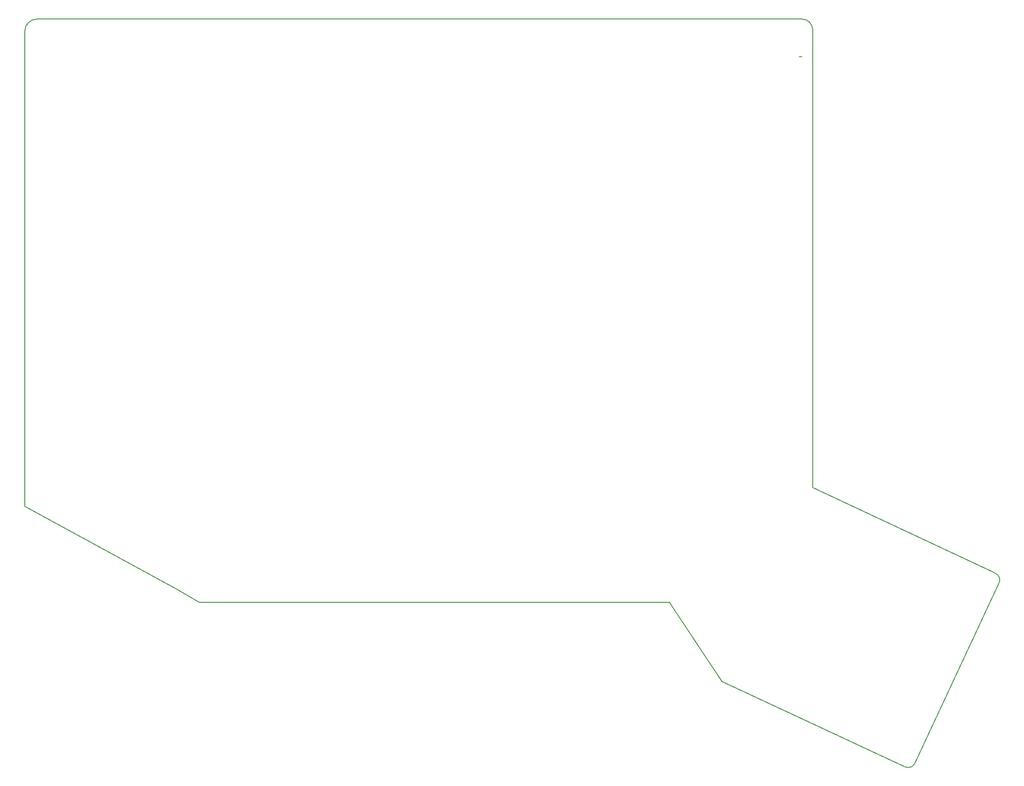
<source format=gbr>
G04 #@! TF.GenerationSoftware,KiCad,Pcbnew,(5.0.2)-1*
G04 #@! TF.CreationDate,2020-01-02T21:35:52+05:30*
G04 #@! TF.ProjectId,ergocape,6572676f-6361-4706-952e-6b696361645f,rev?*
G04 #@! TF.SameCoordinates,Original*
G04 #@! TF.FileFunction,Profile,NP*
%FSLAX46Y46*%
G04 Gerber Fmt 4.6, Leading zero omitted, Abs format (unit mm)*
G04 Created by KiCad (PCBNEW (5.0.2)-1) date 1/2/2020 9:35:52 PM*
%MOMM*%
%LPD*%
G01*
G04 APERTURE LIST*
%ADD10C,0.150000*%
G04 APERTURE END LIST*
D10*
X157988000Y-17272000D02*
X168402000Y-17272000D01*
X167894000Y-24384000D02*
X168402000Y-24384000D01*
X147574000Y-17272000D02*
X157988000Y-17272000D01*
X136906000Y-17272000D02*
X147574000Y-17272000D01*
X127000000Y-17272000D02*
X136906000Y-17272000D01*
X204852770Y-121558610D02*
G75*
G02X205467055Y-123246347I-536726J-1151011D01*
G01*
X204392365Y-121343921D02*
X204852769Y-121558611D01*
X170434000Y-19304000D02*
X170434000Y-105410000D01*
X153365200Y-141833600D02*
X143510000Y-127000000D01*
X153585583Y-141929498D02*
X153355381Y-141822153D01*
X205452980Y-123263660D02*
X189565914Y-157333582D01*
X189577980Y-157304740D02*
G75*
G02X187890244Y-157919026I-1151011J536725D01*
G01*
X153585583Y-141929498D02*
X187885708Y-157923909D01*
X170434000Y-105410000D02*
X204385820Y-121337275D01*
X168402000Y-17272000D02*
G75*
G02X170434000Y-19304000I0J-2032000D01*
G01*
X22352000Y-19558000D02*
G75*
G02X24638000Y-17272000I2286000J0D01*
G01*
X39370000Y-17272000D02*
X24638000Y-17272000D01*
X22352000Y-50800000D02*
X22352000Y-19558000D01*
X127000000Y-17272000D02*
X39370000Y-17272000D01*
X137150000Y-127000000D02*
X143510000Y-127000000D01*
X22352000Y-108966000D02*
X22860000Y-109220000D01*
X22352000Y-106426000D02*
X22352000Y-108966000D01*
X22352000Y-98044000D02*
X22352000Y-106426000D01*
X22352000Y-50800000D02*
X22352000Y-98044000D01*
X55118000Y-127000000D02*
X55880000Y-127000000D01*
X53848000Y-126238000D02*
X55118000Y-127000000D01*
X50800000Y-124460000D02*
X53848000Y-126238000D01*
X55880000Y-127000000D02*
X137160000Y-127000000D01*
X22860000Y-109220000D02*
X50800000Y-124460000D01*
M02*

</source>
